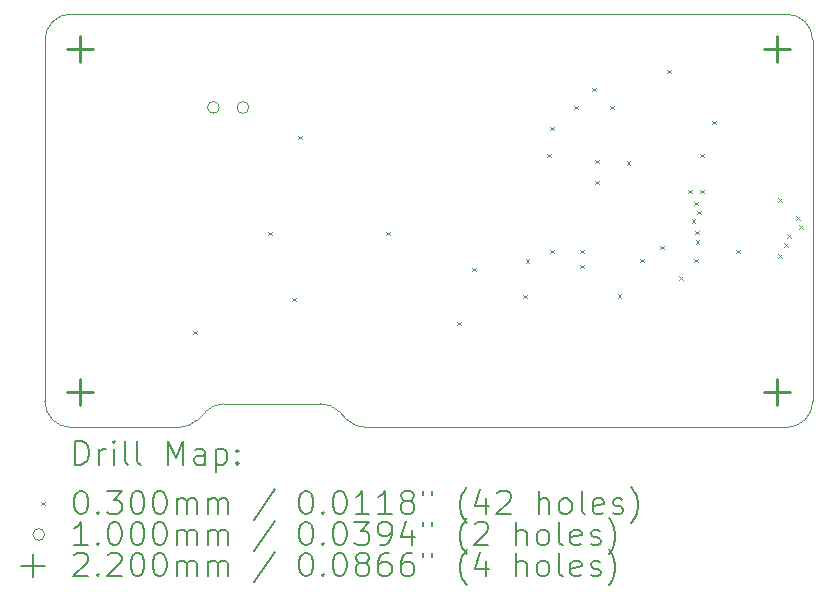
<source format=gbr>
%TF.GenerationSoftware,KiCad,Pcbnew,8.0.7*%
%TF.CreationDate,2025-01-13T19:39:46-06:00*%
%TF.ProjectId,love-letters,6c6f7665-2d6c-4657-9474-6572732e6b69,rev?*%
%TF.SameCoordinates,Original*%
%TF.FileFunction,Drillmap*%
%TF.FilePolarity,Positive*%
%FSLAX45Y45*%
G04 Gerber Fmt 4.5, Leading zero omitted, Abs format (unit mm)*
G04 Created by KiCad (PCBNEW 8.0.7) date 2025-01-13 19:39:46*
%MOMM*%
%LPD*%
G01*
G04 APERTURE LIST*
%ADD10C,0.050000*%
%ADD11C,0.200000*%
%ADD12C,0.100000*%
%ADD13C,0.220000*%
G04 APERTURE END LIST*
D10*
X7716127Y-8500000D02*
X11280000Y-8500000D01*
X5220000Y-8500000D02*
X6133873Y-8500000D01*
X11500000Y-5220000D02*
X11500000Y-8280000D01*
X7716127Y-8500000D02*
G75*
G02*
X7560565Y-8435562I3J220000D01*
G01*
X5000000Y-8280000D02*
X5000000Y-5220000D01*
X7333873Y-8300000D02*
G75*
G02*
X7489435Y-8364438I-3J-220000D01*
G01*
X5220000Y-5000000D02*
X11280000Y-5000000D01*
X5000000Y-5220000D02*
G75*
G02*
X5220000Y-5000000I220000J0D01*
G01*
X5220000Y-8500000D02*
G75*
G02*
X5000000Y-8280000I0J220000D01*
G01*
X6289436Y-8435564D02*
G75*
G02*
X6133873Y-8499998I-155557J155554D01*
G01*
X7489436Y-8364436D02*
X7560563Y-8435564D01*
X11280000Y-5000000D02*
G75*
G02*
X11500000Y-5220000I0J-220000D01*
G01*
X6289436Y-8435564D02*
X6360563Y-8364436D01*
X11500000Y-8280000D02*
G75*
G02*
X11280000Y-8500000I-220000J0D01*
G01*
X6516127Y-8300000D02*
X7333873Y-8300000D01*
X6360563Y-8364436D02*
G75*
G02*
X6516127Y-8300002I155557J-155554D01*
G01*
D11*
D12*
X6257132Y-7681300D02*
X6287132Y-7711300D01*
X6287132Y-7681300D02*
X6257132Y-7711300D01*
X6892132Y-6841151D02*
X6922132Y-6871151D01*
X6922132Y-6841151D02*
X6892132Y-6871151D01*
X7095332Y-7401900D02*
X7125332Y-7431900D01*
X7125332Y-7401900D02*
X7095332Y-7431900D01*
X7146132Y-6030300D02*
X7176132Y-6060300D01*
X7176132Y-6030300D02*
X7146132Y-6060300D01*
X7890692Y-6842059D02*
X7920692Y-6872059D01*
X7920692Y-6842059D02*
X7890692Y-6872059D01*
X8492332Y-7605100D02*
X8522332Y-7635100D01*
X8522332Y-7605100D02*
X8492332Y-7635100D01*
X8619332Y-7147900D02*
X8649332Y-7177900D01*
X8649332Y-7147900D02*
X8619332Y-7177900D01*
X9051132Y-7376500D02*
X9081132Y-7406500D01*
X9081132Y-7376500D02*
X9051132Y-7406500D01*
X9069632Y-7074727D02*
X9099632Y-7104727D01*
X9099632Y-7074727D02*
X9069632Y-7104727D01*
X9254332Y-6182700D02*
X9284332Y-6212700D01*
X9284332Y-6182700D02*
X9254332Y-6212700D01*
X9279732Y-5954100D02*
X9309732Y-5984100D01*
X9309732Y-5954100D02*
X9279732Y-5984100D01*
X9279732Y-6994400D02*
X9309732Y-7024400D01*
X9309732Y-6994400D02*
X9279732Y-7024400D01*
X9482932Y-5776300D02*
X9512932Y-5806300D01*
X9512932Y-5776300D02*
X9482932Y-5806300D01*
X9533732Y-6995500D02*
X9563732Y-7025500D01*
X9563732Y-6995500D02*
X9533732Y-7025500D01*
X9533732Y-7122500D02*
X9563732Y-7152500D01*
X9563732Y-7122500D02*
X9533732Y-7152500D01*
X9635332Y-5623900D02*
X9665332Y-5653900D01*
X9665332Y-5623900D02*
X9635332Y-5653900D01*
X9660732Y-6233500D02*
X9690732Y-6263500D01*
X9690732Y-6233500D02*
X9660732Y-6263500D01*
X9660732Y-6411300D02*
X9690732Y-6441300D01*
X9690732Y-6411300D02*
X9660732Y-6441300D01*
X9787732Y-5776300D02*
X9817732Y-5806300D01*
X9817732Y-5776300D02*
X9787732Y-5806300D01*
X9849232Y-7372200D02*
X9879232Y-7402200D01*
X9879232Y-7372200D02*
X9849232Y-7402200D01*
X9927399Y-6246232D02*
X9957399Y-6276232D01*
X9957399Y-6246232D02*
X9927399Y-6276232D01*
X10040856Y-7072576D02*
X10070856Y-7102576D01*
X10070856Y-7072576D02*
X10040856Y-7102576D01*
X10208557Y-6962287D02*
X10238557Y-6992287D01*
X10238557Y-6962287D02*
X10208557Y-6992287D01*
X10270332Y-5471500D02*
X10300332Y-5501500D01*
X10300332Y-5471500D02*
X10270332Y-5501500D01*
X10371932Y-7219300D02*
X10401932Y-7249300D01*
X10401932Y-7219300D02*
X10371932Y-7249300D01*
X10448132Y-6487500D02*
X10478132Y-6517500D01*
X10478132Y-6487500D02*
X10448132Y-6517500D01*
X10474821Y-6737422D02*
X10504821Y-6767422D01*
X10504821Y-6737422D02*
X10474821Y-6767422D01*
X10498932Y-6589100D02*
X10528932Y-6619100D01*
X10528932Y-6589100D02*
X10498932Y-6619100D01*
X10498932Y-7071700D02*
X10528932Y-7101700D01*
X10528932Y-7071700D02*
X10498932Y-7101700D01*
X10506794Y-6835238D02*
X10536794Y-6865238D01*
X10536794Y-6835238D02*
X10506794Y-6865238D01*
X10510508Y-6915152D02*
X10540508Y-6945152D01*
X10540508Y-6915152D02*
X10510508Y-6945152D01*
X10524332Y-6665300D02*
X10554332Y-6695300D01*
X10554332Y-6665300D02*
X10524332Y-6695300D01*
X10549732Y-6182700D02*
X10579732Y-6212700D01*
X10579732Y-6182700D02*
X10549732Y-6212700D01*
X10549732Y-6487500D02*
X10579732Y-6517500D01*
X10579732Y-6487500D02*
X10549732Y-6517500D01*
X10651332Y-5903300D02*
X10681332Y-5933300D01*
X10681332Y-5903300D02*
X10651332Y-5933300D01*
X10854532Y-6995500D02*
X10884532Y-7025500D01*
X10884532Y-6995500D02*
X10854532Y-7025500D01*
X11210000Y-7035000D02*
X11240000Y-7065000D01*
X11240000Y-7035000D02*
X11210000Y-7065000D01*
X11210132Y-6559900D02*
X11240132Y-6589900D01*
X11240132Y-6559900D02*
X11210132Y-6589900D01*
X11258297Y-6938390D02*
X11288297Y-6968390D01*
X11288297Y-6938390D02*
X11258297Y-6968390D01*
X11286430Y-6863500D02*
X11316430Y-6893500D01*
X11316430Y-6863500D02*
X11286430Y-6893500D01*
X11360000Y-6710000D02*
X11390000Y-6740000D01*
X11390000Y-6710000D02*
X11360000Y-6740000D01*
X11385298Y-6785895D02*
X11415298Y-6815895D01*
X11415298Y-6785895D02*
X11385298Y-6815895D01*
X6476532Y-5790550D02*
G75*
G02*
X6376532Y-5790550I-50000J0D01*
G01*
X6376532Y-5790550D02*
G75*
G02*
X6476532Y-5790550I50000J0D01*
G01*
X6726532Y-5790550D02*
G75*
G02*
X6626532Y-5790550I-50000J0D01*
G01*
X6626532Y-5790550D02*
G75*
G02*
X6726532Y-5790550I50000J0D01*
G01*
D13*
X5300000Y-5190000D02*
X5300000Y-5410000D01*
X5190000Y-5300000D02*
X5410000Y-5300000D01*
X5300000Y-8090000D02*
X5300000Y-8310000D01*
X5190000Y-8200000D02*
X5410000Y-8200000D01*
X11200000Y-5190000D02*
X11200000Y-5410000D01*
X11090000Y-5300000D02*
X11310000Y-5300000D01*
X11200000Y-8090000D02*
X11200000Y-8310000D01*
X11090000Y-8200000D02*
X11310000Y-8200000D01*
D11*
X5258277Y-8813984D02*
X5258277Y-8613984D01*
X5258277Y-8613984D02*
X5305896Y-8613984D01*
X5305896Y-8613984D02*
X5334467Y-8623508D01*
X5334467Y-8623508D02*
X5353515Y-8642555D01*
X5353515Y-8642555D02*
X5363039Y-8661603D01*
X5363039Y-8661603D02*
X5372563Y-8699698D01*
X5372563Y-8699698D02*
X5372563Y-8728270D01*
X5372563Y-8728270D02*
X5363039Y-8766365D01*
X5363039Y-8766365D02*
X5353515Y-8785412D01*
X5353515Y-8785412D02*
X5334467Y-8804460D01*
X5334467Y-8804460D02*
X5305896Y-8813984D01*
X5305896Y-8813984D02*
X5258277Y-8813984D01*
X5458277Y-8813984D02*
X5458277Y-8680650D01*
X5458277Y-8718746D02*
X5467801Y-8699698D01*
X5467801Y-8699698D02*
X5477324Y-8690174D01*
X5477324Y-8690174D02*
X5496372Y-8680650D01*
X5496372Y-8680650D02*
X5515420Y-8680650D01*
X5582086Y-8813984D02*
X5582086Y-8680650D01*
X5582086Y-8613984D02*
X5572563Y-8623508D01*
X5572563Y-8623508D02*
X5582086Y-8633031D01*
X5582086Y-8633031D02*
X5591610Y-8623508D01*
X5591610Y-8623508D02*
X5582086Y-8613984D01*
X5582086Y-8613984D02*
X5582086Y-8633031D01*
X5705896Y-8813984D02*
X5686848Y-8804460D01*
X5686848Y-8804460D02*
X5677324Y-8785412D01*
X5677324Y-8785412D02*
X5677324Y-8613984D01*
X5810658Y-8813984D02*
X5791610Y-8804460D01*
X5791610Y-8804460D02*
X5782086Y-8785412D01*
X5782086Y-8785412D02*
X5782086Y-8613984D01*
X6039229Y-8813984D02*
X6039229Y-8613984D01*
X6039229Y-8613984D02*
X6105896Y-8756841D01*
X6105896Y-8756841D02*
X6172562Y-8613984D01*
X6172562Y-8613984D02*
X6172562Y-8813984D01*
X6353515Y-8813984D02*
X6353515Y-8709222D01*
X6353515Y-8709222D02*
X6343991Y-8690174D01*
X6343991Y-8690174D02*
X6324943Y-8680650D01*
X6324943Y-8680650D02*
X6286848Y-8680650D01*
X6286848Y-8680650D02*
X6267801Y-8690174D01*
X6353515Y-8804460D02*
X6334467Y-8813984D01*
X6334467Y-8813984D02*
X6286848Y-8813984D01*
X6286848Y-8813984D02*
X6267801Y-8804460D01*
X6267801Y-8804460D02*
X6258277Y-8785412D01*
X6258277Y-8785412D02*
X6258277Y-8766365D01*
X6258277Y-8766365D02*
X6267801Y-8747317D01*
X6267801Y-8747317D02*
X6286848Y-8737793D01*
X6286848Y-8737793D02*
X6334467Y-8737793D01*
X6334467Y-8737793D02*
X6353515Y-8728270D01*
X6448753Y-8680650D02*
X6448753Y-8880650D01*
X6448753Y-8690174D02*
X6467801Y-8680650D01*
X6467801Y-8680650D02*
X6505896Y-8680650D01*
X6505896Y-8680650D02*
X6524943Y-8690174D01*
X6524943Y-8690174D02*
X6534467Y-8699698D01*
X6534467Y-8699698D02*
X6543991Y-8718746D01*
X6543991Y-8718746D02*
X6543991Y-8775889D01*
X6543991Y-8775889D02*
X6534467Y-8794936D01*
X6534467Y-8794936D02*
X6524943Y-8804460D01*
X6524943Y-8804460D02*
X6505896Y-8813984D01*
X6505896Y-8813984D02*
X6467801Y-8813984D01*
X6467801Y-8813984D02*
X6448753Y-8804460D01*
X6629705Y-8794936D02*
X6639229Y-8804460D01*
X6639229Y-8804460D02*
X6629705Y-8813984D01*
X6629705Y-8813984D02*
X6620182Y-8804460D01*
X6620182Y-8804460D02*
X6629705Y-8794936D01*
X6629705Y-8794936D02*
X6629705Y-8813984D01*
X6629705Y-8690174D02*
X6639229Y-8699698D01*
X6639229Y-8699698D02*
X6629705Y-8709222D01*
X6629705Y-8709222D02*
X6620182Y-8699698D01*
X6620182Y-8699698D02*
X6629705Y-8690174D01*
X6629705Y-8690174D02*
X6629705Y-8709222D01*
D12*
X4967500Y-9127500D02*
X4997500Y-9157500D01*
X4997500Y-9127500D02*
X4967500Y-9157500D01*
D11*
X5296372Y-9033984D02*
X5315420Y-9033984D01*
X5315420Y-9033984D02*
X5334467Y-9043508D01*
X5334467Y-9043508D02*
X5343991Y-9053031D01*
X5343991Y-9053031D02*
X5353515Y-9072079D01*
X5353515Y-9072079D02*
X5363039Y-9110174D01*
X5363039Y-9110174D02*
X5363039Y-9157793D01*
X5363039Y-9157793D02*
X5353515Y-9195889D01*
X5353515Y-9195889D02*
X5343991Y-9214936D01*
X5343991Y-9214936D02*
X5334467Y-9224460D01*
X5334467Y-9224460D02*
X5315420Y-9233984D01*
X5315420Y-9233984D02*
X5296372Y-9233984D01*
X5296372Y-9233984D02*
X5277324Y-9224460D01*
X5277324Y-9224460D02*
X5267801Y-9214936D01*
X5267801Y-9214936D02*
X5258277Y-9195889D01*
X5258277Y-9195889D02*
X5248753Y-9157793D01*
X5248753Y-9157793D02*
X5248753Y-9110174D01*
X5248753Y-9110174D02*
X5258277Y-9072079D01*
X5258277Y-9072079D02*
X5267801Y-9053031D01*
X5267801Y-9053031D02*
X5277324Y-9043508D01*
X5277324Y-9043508D02*
X5296372Y-9033984D01*
X5448753Y-9214936D02*
X5458277Y-9224460D01*
X5458277Y-9224460D02*
X5448753Y-9233984D01*
X5448753Y-9233984D02*
X5439229Y-9224460D01*
X5439229Y-9224460D02*
X5448753Y-9214936D01*
X5448753Y-9214936D02*
X5448753Y-9233984D01*
X5524944Y-9033984D02*
X5648753Y-9033984D01*
X5648753Y-9033984D02*
X5582086Y-9110174D01*
X5582086Y-9110174D02*
X5610658Y-9110174D01*
X5610658Y-9110174D02*
X5629705Y-9119698D01*
X5629705Y-9119698D02*
X5639229Y-9129222D01*
X5639229Y-9129222D02*
X5648753Y-9148270D01*
X5648753Y-9148270D02*
X5648753Y-9195889D01*
X5648753Y-9195889D02*
X5639229Y-9214936D01*
X5639229Y-9214936D02*
X5629705Y-9224460D01*
X5629705Y-9224460D02*
X5610658Y-9233984D01*
X5610658Y-9233984D02*
X5553515Y-9233984D01*
X5553515Y-9233984D02*
X5534467Y-9224460D01*
X5534467Y-9224460D02*
X5524944Y-9214936D01*
X5772562Y-9033984D02*
X5791610Y-9033984D01*
X5791610Y-9033984D02*
X5810658Y-9043508D01*
X5810658Y-9043508D02*
X5820182Y-9053031D01*
X5820182Y-9053031D02*
X5829705Y-9072079D01*
X5829705Y-9072079D02*
X5839229Y-9110174D01*
X5839229Y-9110174D02*
X5839229Y-9157793D01*
X5839229Y-9157793D02*
X5829705Y-9195889D01*
X5829705Y-9195889D02*
X5820182Y-9214936D01*
X5820182Y-9214936D02*
X5810658Y-9224460D01*
X5810658Y-9224460D02*
X5791610Y-9233984D01*
X5791610Y-9233984D02*
X5772562Y-9233984D01*
X5772562Y-9233984D02*
X5753515Y-9224460D01*
X5753515Y-9224460D02*
X5743991Y-9214936D01*
X5743991Y-9214936D02*
X5734467Y-9195889D01*
X5734467Y-9195889D02*
X5724943Y-9157793D01*
X5724943Y-9157793D02*
X5724943Y-9110174D01*
X5724943Y-9110174D02*
X5734467Y-9072079D01*
X5734467Y-9072079D02*
X5743991Y-9053031D01*
X5743991Y-9053031D02*
X5753515Y-9043508D01*
X5753515Y-9043508D02*
X5772562Y-9033984D01*
X5963039Y-9033984D02*
X5982086Y-9033984D01*
X5982086Y-9033984D02*
X6001134Y-9043508D01*
X6001134Y-9043508D02*
X6010658Y-9053031D01*
X6010658Y-9053031D02*
X6020182Y-9072079D01*
X6020182Y-9072079D02*
X6029705Y-9110174D01*
X6029705Y-9110174D02*
X6029705Y-9157793D01*
X6029705Y-9157793D02*
X6020182Y-9195889D01*
X6020182Y-9195889D02*
X6010658Y-9214936D01*
X6010658Y-9214936D02*
X6001134Y-9224460D01*
X6001134Y-9224460D02*
X5982086Y-9233984D01*
X5982086Y-9233984D02*
X5963039Y-9233984D01*
X5963039Y-9233984D02*
X5943991Y-9224460D01*
X5943991Y-9224460D02*
X5934467Y-9214936D01*
X5934467Y-9214936D02*
X5924943Y-9195889D01*
X5924943Y-9195889D02*
X5915420Y-9157793D01*
X5915420Y-9157793D02*
X5915420Y-9110174D01*
X5915420Y-9110174D02*
X5924943Y-9072079D01*
X5924943Y-9072079D02*
X5934467Y-9053031D01*
X5934467Y-9053031D02*
X5943991Y-9043508D01*
X5943991Y-9043508D02*
X5963039Y-9033984D01*
X6115420Y-9233984D02*
X6115420Y-9100650D01*
X6115420Y-9119698D02*
X6124943Y-9110174D01*
X6124943Y-9110174D02*
X6143991Y-9100650D01*
X6143991Y-9100650D02*
X6172563Y-9100650D01*
X6172563Y-9100650D02*
X6191610Y-9110174D01*
X6191610Y-9110174D02*
X6201134Y-9129222D01*
X6201134Y-9129222D02*
X6201134Y-9233984D01*
X6201134Y-9129222D02*
X6210658Y-9110174D01*
X6210658Y-9110174D02*
X6229705Y-9100650D01*
X6229705Y-9100650D02*
X6258277Y-9100650D01*
X6258277Y-9100650D02*
X6277324Y-9110174D01*
X6277324Y-9110174D02*
X6286848Y-9129222D01*
X6286848Y-9129222D02*
X6286848Y-9233984D01*
X6382086Y-9233984D02*
X6382086Y-9100650D01*
X6382086Y-9119698D02*
X6391610Y-9110174D01*
X6391610Y-9110174D02*
X6410658Y-9100650D01*
X6410658Y-9100650D02*
X6439229Y-9100650D01*
X6439229Y-9100650D02*
X6458277Y-9110174D01*
X6458277Y-9110174D02*
X6467801Y-9129222D01*
X6467801Y-9129222D02*
X6467801Y-9233984D01*
X6467801Y-9129222D02*
X6477324Y-9110174D01*
X6477324Y-9110174D02*
X6496372Y-9100650D01*
X6496372Y-9100650D02*
X6524943Y-9100650D01*
X6524943Y-9100650D02*
X6543991Y-9110174D01*
X6543991Y-9110174D02*
X6553515Y-9129222D01*
X6553515Y-9129222D02*
X6553515Y-9233984D01*
X6943991Y-9024460D02*
X6772563Y-9281603D01*
X7201134Y-9033984D02*
X7220182Y-9033984D01*
X7220182Y-9033984D02*
X7239229Y-9043508D01*
X7239229Y-9043508D02*
X7248753Y-9053031D01*
X7248753Y-9053031D02*
X7258277Y-9072079D01*
X7258277Y-9072079D02*
X7267801Y-9110174D01*
X7267801Y-9110174D02*
X7267801Y-9157793D01*
X7267801Y-9157793D02*
X7258277Y-9195889D01*
X7258277Y-9195889D02*
X7248753Y-9214936D01*
X7248753Y-9214936D02*
X7239229Y-9224460D01*
X7239229Y-9224460D02*
X7220182Y-9233984D01*
X7220182Y-9233984D02*
X7201134Y-9233984D01*
X7201134Y-9233984D02*
X7182086Y-9224460D01*
X7182086Y-9224460D02*
X7172563Y-9214936D01*
X7172563Y-9214936D02*
X7163039Y-9195889D01*
X7163039Y-9195889D02*
X7153515Y-9157793D01*
X7153515Y-9157793D02*
X7153515Y-9110174D01*
X7153515Y-9110174D02*
X7163039Y-9072079D01*
X7163039Y-9072079D02*
X7172563Y-9053031D01*
X7172563Y-9053031D02*
X7182086Y-9043508D01*
X7182086Y-9043508D02*
X7201134Y-9033984D01*
X7353515Y-9214936D02*
X7363039Y-9224460D01*
X7363039Y-9224460D02*
X7353515Y-9233984D01*
X7353515Y-9233984D02*
X7343991Y-9224460D01*
X7343991Y-9224460D02*
X7353515Y-9214936D01*
X7353515Y-9214936D02*
X7353515Y-9233984D01*
X7486848Y-9033984D02*
X7505896Y-9033984D01*
X7505896Y-9033984D02*
X7524944Y-9043508D01*
X7524944Y-9043508D02*
X7534467Y-9053031D01*
X7534467Y-9053031D02*
X7543991Y-9072079D01*
X7543991Y-9072079D02*
X7553515Y-9110174D01*
X7553515Y-9110174D02*
X7553515Y-9157793D01*
X7553515Y-9157793D02*
X7543991Y-9195889D01*
X7543991Y-9195889D02*
X7534467Y-9214936D01*
X7534467Y-9214936D02*
X7524944Y-9224460D01*
X7524944Y-9224460D02*
X7505896Y-9233984D01*
X7505896Y-9233984D02*
X7486848Y-9233984D01*
X7486848Y-9233984D02*
X7467801Y-9224460D01*
X7467801Y-9224460D02*
X7458277Y-9214936D01*
X7458277Y-9214936D02*
X7448753Y-9195889D01*
X7448753Y-9195889D02*
X7439229Y-9157793D01*
X7439229Y-9157793D02*
X7439229Y-9110174D01*
X7439229Y-9110174D02*
X7448753Y-9072079D01*
X7448753Y-9072079D02*
X7458277Y-9053031D01*
X7458277Y-9053031D02*
X7467801Y-9043508D01*
X7467801Y-9043508D02*
X7486848Y-9033984D01*
X7743991Y-9233984D02*
X7629706Y-9233984D01*
X7686848Y-9233984D02*
X7686848Y-9033984D01*
X7686848Y-9033984D02*
X7667801Y-9062555D01*
X7667801Y-9062555D02*
X7648753Y-9081603D01*
X7648753Y-9081603D02*
X7629706Y-9091127D01*
X7934467Y-9233984D02*
X7820182Y-9233984D01*
X7877325Y-9233984D02*
X7877325Y-9033984D01*
X7877325Y-9033984D02*
X7858277Y-9062555D01*
X7858277Y-9062555D02*
X7839229Y-9081603D01*
X7839229Y-9081603D02*
X7820182Y-9091127D01*
X8048753Y-9119698D02*
X8029706Y-9110174D01*
X8029706Y-9110174D02*
X8020182Y-9100650D01*
X8020182Y-9100650D02*
X8010658Y-9081603D01*
X8010658Y-9081603D02*
X8010658Y-9072079D01*
X8010658Y-9072079D02*
X8020182Y-9053031D01*
X8020182Y-9053031D02*
X8029706Y-9043508D01*
X8029706Y-9043508D02*
X8048753Y-9033984D01*
X8048753Y-9033984D02*
X8086848Y-9033984D01*
X8086848Y-9033984D02*
X8105896Y-9043508D01*
X8105896Y-9043508D02*
X8115420Y-9053031D01*
X8115420Y-9053031D02*
X8124944Y-9072079D01*
X8124944Y-9072079D02*
X8124944Y-9081603D01*
X8124944Y-9081603D02*
X8115420Y-9100650D01*
X8115420Y-9100650D02*
X8105896Y-9110174D01*
X8105896Y-9110174D02*
X8086848Y-9119698D01*
X8086848Y-9119698D02*
X8048753Y-9119698D01*
X8048753Y-9119698D02*
X8029706Y-9129222D01*
X8029706Y-9129222D02*
X8020182Y-9138746D01*
X8020182Y-9138746D02*
X8010658Y-9157793D01*
X8010658Y-9157793D02*
X8010658Y-9195889D01*
X8010658Y-9195889D02*
X8020182Y-9214936D01*
X8020182Y-9214936D02*
X8029706Y-9224460D01*
X8029706Y-9224460D02*
X8048753Y-9233984D01*
X8048753Y-9233984D02*
X8086848Y-9233984D01*
X8086848Y-9233984D02*
X8105896Y-9224460D01*
X8105896Y-9224460D02*
X8115420Y-9214936D01*
X8115420Y-9214936D02*
X8124944Y-9195889D01*
X8124944Y-9195889D02*
X8124944Y-9157793D01*
X8124944Y-9157793D02*
X8115420Y-9138746D01*
X8115420Y-9138746D02*
X8105896Y-9129222D01*
X8105896Y-9129222D02*
X8086848Y-9119698D01*
X8201134Y-9033984D02*
X8201134Y-9072079D01*
X8277325Y-9033984D02*
X8277325Y-9072079D01*
X8572563Y-9310174D02*
X8563039Y-9300650D01*
X8563039Y-9300650D02*
X8543991Y-9272079D01*
X8543991Y-9272079D02*
X8534468Y-9253031D01*
X8534468Y-9253031D02*
X8524944Y-9224460D01*
X8524944Y-9224460D02*
X8515420Y-9176841D01*
X8515420Y-9176841D02*
X8515420Y-9138746D01*
X8515420Y-9138746D02*
X8524944Y-9091127D01*
X8524944Y-9091127D02*
X8534468Y-9062555D01*
X8534468Y-9062555D02*
X8543991Y-9043508D01*
X8543991Y-9043508D02*
X8563039Y-9014936D01*
X8563039Y-9014936D02*
X8572563Y-9005412D01*
X8734468Y-9100650D02*
X8734468Y-9233984D01*
X8686849Y-9024460D02*
X8639230Y-9167317D01*
X8639230Y-9167317D02*
X8763039Y-9167317D01*
X8829706Y-9053031D02*
X8839230Y-9043508D01*
X8839230Y-9043508D02*
X8858277Y-9033984D01*
X8858277Y-9033984D02*
X8905896Y-9033984D01*
X8905896Y-9033984D02*
X8924944Y-9043508D01*
X8924944Y-9043508D02*
X8934468Y-9053031D01*
X8934468Y-9053031D02*
X8943991Y-9072079D01*
X8943991Y-9072079D02*
X8943991Y-9091127D01*
X8943991Y-9091127D02*
X8934468Y-9119698D01*
X8934468Y-9119698D02*
X8820182Y-9233984D01*
X8820182Y-9233984D02*
X8943991Y-9233984D01*
X9182087Y-9233984D02*
X9182087Y-9033984D01*
X9267801Y-9233984D02*
X9267801Y-9129222D01*
X9267801Y-9129222D02*
X9258277Y-9110174D01*
X9258277Y-9110174D02*
X9239230Y-9100650D01*
X9239230Y-9100650D02*
X9210658Y-9100650D01*
X9210658Y-9100650D02*
X9191611Y-9110174D01*
X9191611Y-9110174D02*
X9182087Y-9119698D01*
X9391611Y-9233984D02*
X9372563Y-9224460D01*
X9372563Y-9224460D02*
X9363039Y-9214936D01*
X9363039Y-9214936D02*
X9353515Y-9195889D01*
X9353515Y-9195889D02*
X9353515Y-9138746D01*
X9353515Y-9138746D02*
X9363039Y-9119698D01*
X9363039Y-9119698D02*
X9372563Y-9110174D01*
X9372563Y-9110174D02*
X9391611Y-9100650D01*
X9391611Y-9100650D02*
X9420182Y-9100650D01*
X9420182Y-9100650D02*
X9439230Y-9110174D01*
X9439230Y-9110174D02*
X9448753Y-9119698D01*
X9448753Y-9119698D02*
X9458277Y-9138746D01*
X9458277Y-9138746D02*
X9458277Y-9195889D01*
X9458277Y-9195889D02*
X9448753Y-9214936D01*
X9448753Y-9214936D02*
X9439230Y-9224460D01*
X9439230Y-9224460D02*
X9420182Y-9233984D01*
X9420182Y-9233984D02*
X9391611Y-9233984D01*
X9572563Y-9233984D02*
X9553515Y-9224460D01*
X9553515Y-9224460D02*
X9543992Y-9205412D01*
X9543992Y-9205412D02*
X9543992Y-9033984D01*
X9724944Y-9224460D02*
X9705896Y-9233984D01*
X9705896Y-9233984D02*
X9667801Y-9233984D01*
X9667801Y-9233984D02*
X9648753Y-9224460D01*
X9648753Y-9224460D02*
X9639230Y-9205412D01*
X9639230Y-9205412D02*
X9639230Y-9129222D01*
X9639230Y-9129222D02*
X9648753Y-9110174D01*
X9648753Y-9110174D02*
X9667801Y-9100650D01*
X9667801Y-9100650D02*
X9705896Y-9100650D01*
X9705896Y-9100650D02*
X9724944Y-9110174D01*
X9724944Y-9110174D02*
X9734468Y-9129222D01*
X9734468Y-9129222D02*
X9734468Y-9148270D01*
X9734468Y-9148270D02*
X9639230Y-9167317D01*
X9810658Y-9224460D02*
X9829706Y-9233984D01*
X9829706Y-9233984D02*
X9867801Y-9233984D01*
X9867801Y-9233984D02*
X9886849Y-9224460D01*
X9886849Y-9224460D02*
X9896373Y-9205412D01*
X9896373Y-9205412D02*
X9896373Y-9195889D01*
X9896373Y-9195889D02*
X9886849Y-9176841D01*
X9886849Y-9176841D02*
X9867801Y-9167317D01*
X9867801Y-9167317D02*
X9839230Y-9167317D01*
X9839230Y-9167317D02*
X9820182Y-9157793D01*
X9820182Y-9157793D02*
X9810658Y-9138746D01*
X9810658Y-9138746D02*
X9810658Y-9129222D01*
X9810658Y-9129222D02*
X9820182Y-9110174D01*
X9820182Y-9110174D02*
X9839230Y-9100650D01*
X9839230Y-9100650D02*
X9867801Y-9100650D01*
X9867801Y-9100650D02*
X9886849Y-9110174D01*
X9963039Y-9310174D02*
X9972563Y-9300650D01*
X9972563Y-9300650D02*
X9991611Y-9272079D01*
X9991611Y-9272079D02*
X10001134Y-9253031D01*
X10001134Y-9253031D02*
X10010658Y-9224460D01*
X10010658Y-9224460D02*
X10020182Y-9176841D01*
X10020182Y-9176841D02*
X10020182Y-9138746D01*
X10020182Y-9138746D02*
X10010658Y-9091127D01*
X10010658Y-9091127D02*
X10001134Y-9062555D01*
X10001134Y-9062555D02*
X9991611Y-9043508D01*
X9991611Y-9043508D02*
X9972563Y-9014936D01*
X9972563Y-9014936D02*
X9963039Y-9005412D01*
D12*
X4997500Y-9406500D02*
G75*
G02*
X4897500Y-9406500I-50000J0D01*
G01*
X4897500Y-9406500D02*
G75*
G02*
X4997500Y-9406500I50000J0D01*
G01*
D11*
X5363039Y-9497984D02*
X5248753Y-9497984D01*
X5305896Y-9497984D02*
X5305896Y-9297984D01*
X5305896Y-9297984D02*
X5286848Y-9326555D01*
X5286848Y-9326555D02*
X5267801Y-9345603D01*
X5267801Y-9345603D02*
X5248753Y-9355127D01*
X5448753Y-9478936D02*
X5458277Y-9488460D01*
X5458277Y-9488460D02*
X5448753Y-9497984D01*
X5448753Y-9497984D02*
X5439229Y-9488460D01*
X5439229Y-9488460D02*
X5448753Y-9478936D01*
X5448753Y-9478936D02*
X5448753Y-9497984D01*
X5582086Y-9297984D02*
X5601134Y-9297984D01*
X5601134Y-9297984D02*
X5620182Y-9307508D01*
X5620182Y-9307508D02*
X5629705Y-9317031D01*
X5629705Y-9317031D02*
X5639229Y-9336079D01*
X5639229Y-9336079D02*
X5648753Y-9374174D01*
X5648753Y-9374174D02*
X5648753Y-9421793D01*
X5648753Y-9421793D02*
X5639229Y-9459889D01*
X5639229Y-9459889D02*
X5629705Y-9478936D01*
X5629705Y-9478936D02*
X5620182Y-9488460D01*
X5620182Y-9488460D02*
X5601134Y-9497984D01*
X5601134Y-9497984D02*
X5582086Y-9497984D01*
X5582086Y-9497984D02*
X5563039Y-9488460D01*
X5563039Y-9488460D02*
X5553515Y-9478936D01*
X5553515Y-9478936D02*
X5543991Y-9459889D01*
X5543991Y-9459889D02*
X5534467Y-9421793D01*
X5534467Y-9421793D02*
X5534467Y-9374174D01*
X5534467Y-9374174D02*
X5543991Y-9336079D01*
X5543991Y-9336079D02*
X5553515Y-9317031D01*
X5553515Y-9317031D02*
X5563039Y-9307508D01*
X5563039Y-9307508D02*
X5582086Y-9297984D01*
X5772562Y-9297984D02*
X5791610Y-9297984D01*
X5791610Y-9297984D02*
X5810658Y-9307508D01*
X5810658Y-9307508D02*
X5820182Y-9317031D01*
X5820182Y-9317031D02*
X5829705Y-9336079D01*
X5829705Y-9336079D02*
X5839229Y-9374174D01*
X5839229Y-9374174D02*
X5839229Y-9421793D01*
X5839229Y-9421793D02*
X5829705Y-9459889D01*
X5829705Y-9459889D02*
X5820182Y-9478936D01*
X5820182Y-9478936D02*
X5810658Y-9488460D01*
X5810658Y-9488460D02*
X5791610Y-9497984D01*
X5791610Y-9497984D02*
X5772562Y-9497984D01*
X5772562Y-9497984D02*
X5753515Y-9488460D01*
X5753515Y-9488460D02*
X5743991Y-9478936D01*
X5743991Y-9478936D02*
X5734467Y-9459889D01*
X5734467Y-9459889D02*
X5724943Y-9421793D01*
X5724943Y-9421793D02*
X5724943Y-9374174D01*
X5724943Y-9374174D02*
X5734467Y-9336079D01*
X5734467Y-9336079D02*
X5743991Y-9317031D01*
X5743991Y-9317031D02*
X5753515Y-9307508D01*
X5753515Y-9307508D02*
X5772562Y-9297984D01*
X5963039Y-9297984D02*
X5982086Y-9297984D01*
X5982086Y-9297984D02*
X6001134Y-9307508D01*
X6001134Y-9307508D02*
X6010658Y-9317031D01*
X6010658Y-9317031D02*
X6020182Y-9336079D01*
X6020182Y-9336079D02*
X6029705Y-9374174D01*
X6029705Y-9374174D02*
X6029705Y-9421793D01*
X6029705Y-9421793D02*
X6020182Y-9459889D01*
X6020182Y-9459889D02*
X6010658Y-9478936D01*
X6010658Y-9478936D02*
X6001134Y-9488460D01*
X6001134Y-9488460D02*
X5982086Y-9497984D01*
X5982086Y-9497984D02*
X5963039Y-9497984D01*
X5963039Y-9497984D02*
X5943991Y-9488460D01*
X5943991Y-9488460D02*
X5934467Y-9478936D01*
X5934467Y-9478936D02*
X5924943Y-9459889D01*
X5924943Y-9459889D02*
X5915420Y-9421793D01*
X5915420Y-9421793D02*
X5915420Y-9374174D01*
X5915420Y-9374174D02*
X5924943Y-9336079D01*
X5924943Y-9336079D02*
X5934467Y-9317031D01*
X5934467Y-9317031D02*
X5943991Y-9307508D01*
X5943991Y-9307508D02*
X5963039Y-9297984D01*
X6115420Y-9497984D02*
X6115420Y-9364650D01*
X6115420Y-9383698D02*
X6124943Y-9374174D01*
X6124943Y-9374174D02*
X6143991Y-9364650D01*
X6143991Y-9364650D02*
X6172563Y-9364650D01*
X6172563Y-9364650D02*
X6191610Y-9374174D01*
X6191610Y-9374174D02*
X6201134Y-9393222D01*
X6201134Y-9393222D02*
X6201134Y-9497984D01*
X6201134Y-9393222D02*
X6210658Y-9374174D01*
X6210658Y-9374174D02*
X6229705Y-9364650D01*
X6229705Y-9364650D02*
X6258277Y-9364650D01*
X6258277Y-9364650D02*
X6277324Y-9374174D01*
X6277324Y-9374174D02*
X6286848Y-9393222D01*
X6286848Y-9393222D02*
X6286848Y-9497984D01*
X6382086Y-9497984D02*
X6382086Y-9364650D01*
X6382086Y-9383698D02*
X6391610Y-9374174D01*
X6391610Y-9374174D02*
X6410658Y-9364650D01*
X6410658Y-9364650D02*
X6439229Y-9364650D01*
X6439229Y-9364650D02*
X6458277Y-9374174D01*
X6458277Y-9374174D02*
X6467801Y-9393222D01*
X6467801Y-9393222D02*
X6467801Y-9497984D01*
X6467801Y-9393222D02*
X6477324Y-9374174D01*
X6477324Y-9374174D02*
X6496372Y-9364650D01*
X6496372Y-9364650D02*
X6524943Y-9364650D01*
X6524943Y-9364650D02*
X6543991Y-9374174D01*
X6543991Y-9374174D02*
X6553515Y-9393222D01*
X6553515Y-9393222D02*
X6553515Y-9497984D01*
X6943991Y-9288460D02*
X6772563Y-9545603D01*
X7201134Y-9297984D02*
X7220182Y-9297984D01*
X7220182Y-9297984D02*
X7239229Y-9307508D01*
X7239229Y-9307508D02*
X7248753Y-9317031D01*
X7248753Y-9317031D02*
X7258277Y-9336079D01*
X7258277Y-9336079D02*
X7267801Y-9374174D01*
X7267801Y-9374174D02*
X7267801Y-9421793D01*
X7267801Y-9421793D02*
X7258277Y-9459889D01*
X7258277Y-9459889D02*
X7248753Y-9478936D01*
X7248753Y-9478936D02*
X7239229Y-9488460D01*
X7239229Y-9488460D02*
X7220182Y-9497984D01*
X7220182Y-9497984D02*
X7201134Y-9497984D01*
X7201134Y-9497984D02*
X7182086Y-9488460D01*
X7182086Y-9488460D02*
X7172563Y-9478936D01*
X7172563Y-9478936D02*
X7163039Y-9459889D01*
X7163039Y-9459889D02*
X7153515Y-9421793D01*
X7153515Y-9421793D02*
X7153515Y-9374174D01*
X7153515Y-9374174D02*
X7163039Y-9336079D01*
X7163039Y-9336079D02*
X7172563Y-9317031D01*
X7172563Y-9317031D02*
X7182086Y-9307508D01*
X7182086Y-9307508D02*
X7201134Y-9297984D01*
X7353515Y-9478936D02*
X7363039Y-9488460D01*
X7363039Y-9488460D02*
X7353515Y-9497984D01*
X7353515Y-9497984D02*
X7343991Y-9488460D01*
X7343991Y-9488460D02*
X7353515Y-9478936D01*
X7353515Y-9478936D02*
X7353515Y-9497984D01*
X7486848Y-9297984D02*
X7505896Y-9297984D01*
X7505896Y-9297984D02*
X7524944Y-9307508D01*
X7524944Y-9307508D02*
X7534467Y-9317031D01*
X7534467Y-9317031D02*
X7543991Y-9336079D01*
X7543991Y-9336079D02*
X7553515Y-9374174D01*
X7553515Y-9374174D02*
X7553515Y-9421793D01*
X7553515Y-9421793D02*
X7543991Y-9459889D01*
X7543991Y-9459889D02*
X7534467Y-9478936D01*
X7534467Y-9478936D02*
X7524944Y-9488460D01*
X7524944Y-9488460D02*
X7505896Y-9497984D01*
X7505896Y-9497984D02*
X7486848Y-9497984D01*
X7486848Y-9497984D02*
X7467801Y-9488460D01*
X7467801Y-9488460D02*
X7458277Y-9478936D01*
X7458277Y-9478936D02*
X7448753Y-9459889D01*
X7448753Y-9459889D02*
X7439229Y-9421793D01*
X7439229Y-9421793D02*
X7439229Y-9374174D01*
X7439229Y-9374174D02*
X7448753Y-9336079D01*
X7448753Y-9336079D02*
X7458277Y-9317031D01*
X7458277Y-9317031D02*
X7467801Y-9307508D01*
X7467801Y-9307508D02*
X7486848Y-9297984D01*
X7620182Y-9297984D02*
X7743991Y-9297984D01*
X7743991Y-9297984D02*
X7677325Y-9374174D01*
X7677325Y-9374174D02*
X7705896Y-9374174D01*
X7705896Y-9374174D02*
X7724944Y-9383698D01*
X7724944Y-9383698D02*
X7734467Y-9393222D01*
X7734467Y-9393222D02*
X7743991Y-9412270D01*
X7743991Y-9412270D02*
X7743991Y-9459889D01*
X7743991Y-9459889D02*
X7734467Y-9478936D01*
X7734467Y-9478936D02*
X7724944Y-9488460D01*
X7724944Y-9488460D02*
X7705896Y-9497984D01*
X7705896Y-9497984D02*
X7648753Y-9497984D01*
X7648753Y-9497984D02*
X7629706Y-9488460D01*
X7629706Y-9488460D02*
X7620182Y-9478936D01*
X7839229Y-9497984D02*
X7877325Y-9497984D01*
X7877325Y-9497984D02*
X7896372Y-9488460D01*
X7896372Y-9488460D02*
X7905896Y-9478936D01*
X7905896Y-9478936D02*
X7924944Y-9450365D01*
X7924944Y-9450365D02*
X7934467Y-9412270D01*
X7934467Y-9412270D02*
X7934467Y-9336079D01*
X7934467Y-9336079D02*
X7924944Y-9317031D01*
X7924944Y-9317031D02*
X7915420Y-9307508D01*
X7915420Y-9307508D02*
X7896372Y-9297984D01*
X7896372Y-9297984D02*
X7858277Y-9297984D01*
X7858277Y-9297984D02*
X7839229Y-9307508D01*
X7839229Y-9307508D02*
X7829706Y-9317031D01*
X7829706Y-9317031D02*
X7820182Y-9336079D01*
X7820182Y-9336079D02*
X7820182Y-9383698D01*
X7820182Y-9383698D02*
X7829706Y-9402746D01*
X7829706Y-9402746D02*
X7839229Y-9412270D01*
X7839229Y-9412270D02*
X7858277Y-9421793D01*
X7858277Y-9421793D02*
X7896372Y-9421793D01*
X7896372Y-9421793D02*
X7915420Y-9412270D01*
X7915420Y-9412270D02*
X7924944Y-9402746D01*
X7924944Y-9402746D02*
X7934467Y-9383698D01*
X8105896Y-9364650D02*
X8105896Y-9497984D01*
X8058277Y-9288460D02*
X8010658Y-9431317D01*
X8010658Y-9431317D02*
X8134467Y-9431317D01*
X8201134Y-9297984D02*
X8201134Y-9336079D01*
X8277325Y-9297984D02*
X8277325Y-9336079D01*
X8572563Y-9574174D02*
X8563039Y-9564650D01*
X8563039Y-9564650D02*
X8543991Y-9536079D01*
X8543991Y-9536079D02*
X8534468Y-9517031D01*
X8534468Y-9517031D02*
X8524944Y-9488460D01*
X8524944Y-9488460D02*
X8515420Y-9440841D01*
X8515420Y-9440841D02*
X8515420Y-9402746D01*
X8515420Y-9402746D02*
X8524944Y-9355127D01*
X8524944Y-9355127D02*
X8534468Y-9326555D01*
X8534468Y-9326555D02*
X8543991Y-9307508D01*
X8543991Y-9307508D02*
X8563039Y-9278936D01*
X8563039Y-9278936D02*
X8572563Y-9269412D01*
X8639230Y-9317031D02*
X8648753Y-9307508D01*
X8648753Y-9307508D02*
X8667801Y-9297984D01*
X8667801Y-9297984D02*
X8715420Y-9297984D01*
X8715420Y-9297984D02*
X8734468Y-9307508D01*
X8734468Y-9307508D02*
X8743991Y-9317031D01*
X8743991Y-9317031D02*
X8753515Y-9336079D01*
X8753515Y-9336079D02*
X8753515Y-9355127D01*
X8753515Y-9355127D02*
X8743991Y-9383698D01*
X8743991Y-9383698D02*
X8629706Y-9497984D01*
X8629706Y-9497984D02*
X8753515Y-9497984D01*
X8991611Y-9497984D02*
X8991611Y-9297984D01*
X9077325Y-9497984D02*
X9077325Y-9393222D01*
X9077325Y-9393222D02*
X9067801Y-9374174D01*
X9067801Y-9374174D02*
X9048753Y-9364650D01*
X9048753Y-9364650D02*
X9020182Y-9364650D01*
X9020182Y-9364650D02*
X9001134Y-9374174D01*
X9001134Y-9374174D02*
X8991611Y-9383698D01*
X9201134Y-9497984D02*
X9182087Y-9488460D01*
X9182087Y-9488460D02*
X9172563Y-9478936D01*
X9172563Y-9478936D02*
X9163039Y-9459889D01*
X9163039Y-9459889D02*
X9163039Y-9402746D01*
X9163039Y-9402746D02*
X9172563Y-9383698D01*
X9172563Y-9383698D02*
X9182087Y-9374174D01*
X9182087Y-9374174D02*
X9201134Y-9364650D01*
X9201134Y-9364650D02*
X9229706Y-9364650D01*
X9229706Y-9364650D02*
X9248753Y-9374174D01*
X9248753Y-9374174D02*
X9258277Y-9383698D01*
X9258277Y-9383698D02*
X9267801Y-9402746D01*
X9267801Y-9402746D02*
X9267801Y-9459889D01*
X9267801Y-9459889D02*
X9258277Y-9478936D01*
X9258277Y-9478936D02*
X9248753Y-9488460D01*
X9248753Y-9488460D02*
X9229706Y-9497984D01*
X9229706Y-9497984D02*
X9201134Y-9497984D01*
X9382087Y-9497984D02*
X9363039Y-9488460D01*
X9363039Y-9488460D02*
X9353515Y-9469412D01*
X9353515Y-9469412D02*
X9353515Y-9297984D01*
X9534468Y-9488460D02*
X9515420Y-9497984D01*
X9515420Y-9497984D02*
X9477325Y-9497984D01*
X9477325Y-9497984D02*
X9458277Y-9488460D01*
X9458277Y-9488460D02*
X9448753Y-9469412D01*
X9448753Y-9469412D02*
X9448753Y-9393222D01*
X9448753Y-9393222D02*
X9458277Y-9374174D01*
X9458277Y-9374174D02*
X9477325Y-9364650D01*
X9477325Y-9364650D02*
X9515420Y-9364650D01*
X9515420Y-9364650D02*
X9534468Y-9374174D01*
X9534468Y-9374174D02*
X9543992Y-9393222D01*
X9543992Y-9393222D02*
X9543992Y-9412270D01*
X9543992Y-9412270D02*
X9448753Y-9431317D01*
X9620182Y-9488460D02*
X9639230Y-9497984D01*
X9639230Y-9497984D02*
X9677325Y-9497984D01*
X9677325Y-9497984D02*
X9696373Y-9488460D01*
X9696373Y-9488460D02*
X9705896Y-9469412D01*
X9705896Y-9469412D02*
X9705896Y-9459889D01*
X9705896Y-9459889D02*
X9696373Y-9440841D01*
X9696373Y-9440841D02*
X9677325Y-9431317D01*
X9677325Y-9431317D02*
X9648753Y-9431317D01*
X9648753Y-9431317D02*
X9629706Y-9421793D01*
X9629706Y-9421793D02*
X9620182Y-9402746D01*
X9620182Y-9402746D02*
X9620182Y-9393222D01*
X9620182Y-9393222D02*
X9629706Y-9374174D01*
X9629706Y-9374174D02*
X9648753Y-9364650D01*
X9648753Y-9364650D02*
X9677325Y-9364650D01*
X9677325Y-9364650D02*
X9696373Y-9374174D01*
X9772563Y-9574174D02*
X9782087Y-9564650D01*
X9782087Y-9564650D02*
X9801134Y-9536079D01*
X9801134Y-9536079D02*
X9810658Y-9517031D01*
X9810658Y-9517031D02*
X9820182Y-9488460D01*
X9820182Y-9488460D02*
X9829706Y-9440841D01*
X9829706Y-9440841D02*
X9829706Y-9402746D01*
X9829706Y-9402746D02*
X9820182Y-9355127D01*
X9820182Y-9355127D02*
X9810658Y-9326555D01*
X9810658Y-9326555D02*
X9801134Y-9307508D01*
X9801134Y-9307508D02*
X9782087Y-9278936D01*
X9782087Y-9278936D02*
X9772563Y-9269412D01*
X4897500Y-9570500D02*
X4897500Y-9770500D01*
X4797500Y-9670500D02*
X4997500Y-9670500D01*
X5248753Y-9581031D02*
X5258277Y-9571508D01*
X5258277Y-9571508D02*
X5277324Y-9561984D01*
X5277324Y-9561984D02*
X5324944Y-9561984D01*
X5324944Y-9561984D02*
X5343991Y-9571508D01*
X5343991Y-9571508D02*
X5353515Y-9581031D01*
X5353515Y-9581031D02*
X5363039Y-9600079D01*
X5363039Y-9600079D02*
X5363039Y-9619127D01*
X5363039Y-9619127D02*
X5353515Y-9647698D01*
X5353515Y-9647698D02*
X5239229Y-9761984D01*
X5239229Y-9761984D02*
X5363039Y-9761984D01*
X5448753Y-9742936D02*
X5458277Y-9752460D01*
X5458277Y-9752460D02*
X5448753Y-9761984D01*
X5448753Y-9761984D02*
X5439229Y-9752460D01*
X5439229Y-9752460D02*
X5448753Y-9742936D01*
X5448753Y-9742936D02*
X5448753Y-9761984D01*
X5534467Y-9581031D02*
X5543991Y-9571508D01*
X5543991Y-9571508D02*
X5563039Y-9561984D01*
X5563039Y-9561984D02*
X5610658Y-9561984D01*
X5610658Y-9561984D02*
X5629705Y-9571508D01*
X5629705Y-9571508D02*
X5639229Y-9581031D01*
X5639229Y-9581031D02*
X5648753Y-9600079D01*
X5648753Y-9600079D02*
X5648753Y-9619127D01*
X5648753Y-9619127D02*
X5639229Y-9647698D01*
X5639229Y-9647698D02*
X5524944Y-9761984D01*
X5524944Y-9761984D02*
X5648753Y-9761984D01*
X5772562Y-9561984D02*
X5791610Y-9561984D01*
X5791610Y-9561984D02*
X5810658Y-9571508D01*
X5810658Y-9571508D02*
X5820182Y-9581031D01*
X5820182Y-9581031D02*
X5829705Y-9600079D01*
X5829705Y-9600079D02*
X5839229Y-9638174D01*
X5839229Y-9638174D02*
X5839229Y-9685793D01*
X5839229Y-9685793D02*
X5829705Y-9723889D01*
X5829705Y-9723889D02*
X5820182Y-9742936D01*
X5820182Y-9742936D02*
X5810658Y-9752460D01*
X5810658Y-9752460D02*
X5791610Y-9761984D01*
X5791610Y-9761984D02*
X5772562Y-9761984D01*
X5772562Y-9761984D02*
X5753515Y-9752460D01*
X5753515Y-9752460D02*
X5743991Y-9742936D01*
X5743991Y-9742936D02*
X5734467Y-9723889D01*
X5734467Y-9723889D02*
X5724943Y-9685793D01*
X5724943Y-9685793D02*
X5724943Y-9638174D01*
X5724943Y-9638174D02*
X5734467Y-9600079D01*
X5734467Y-9600079D02*
X5743991Y-9581031D01*
X5743991Y-9581031D02*
X5753515Y-9571508D01*
X5753515Y-9571508D02*
X5772562Y-9561984D01*
X5963039Y-9561984D02*
X5982086Y-9561984D01*
X5982086Y-9561984D02*
X6001134Y-9571508D01*
X6001134Y-9571508D02*
X6010658Y-9581031D01*
X6010658Y-9581031D02*
X6020182Y-9600079D01*
X6020182Y-9600079D02*
X6029705Y-9638174D01*
X6029705Y-9638174D02*
X6029705Y-9685793D01*
X6029705Y-9685793D02*
X6020182Y-9723889D01*
X6020182Y-9723889D02*
X6010658Y-9742936D01*
X6010658Y-9742936D02*
X6001134Y-9752460D01*
X6001134Y-9752460D02*
X5982086Y-9761984D01*
X5982086Y-9761984D02*
X5963039Y-9761984D01*
X5963039Y-9761984D02*
X5943991Y-9752460D01*
X5943991Y-9752460D02*
X5934467Y-9742936D01*
X5934467Y-9742936D02*
X5924943Y-9723889D01*
X5924943Y-9723889D02*
X5915420Y-9685793D01*
X5915420Y-9685793D02*
X5915420Y-9638174D01*
X5915420Y-9638174D02*
X5924943Y-9600079D01*
X5924943Y-9600079D02*
X5934467Y-9581031D01*
X5934467Y-9581031D02*
X5943991Y-9571508D01*
X5943991Y-9571508D02*
X5963039Y-9561984D01*
X6115420Y-9761984D02*
X6115420Y-9628650D01*
X6115420Y-9647698D02*
X6124943Y-9638174D01*
X6124943Y-9638174D02*
X6143991Y-9628650D01*
X6143991Y-9628650D02*
X6172563Y-9628650D01*
X6172563Y-9628650D02*
X6191610Y-9638174D01*
X6191610Y-9638174D02*
X6201134Y-9657222D01*
X6201134Y-9657222D02*
X6201134Y-9761984D01*
X6201134Y-9657222D02*
X6210658Y-9638174D01*
X6210658Y-9638174D02*
X6229705Y-9628650D01*
X6229705Y-9628650D02*
X6258277Y-9628650D01*
X6258277Y-9628650D02*
X6277324Y-9638174D01*
X6277324Y-9638174D02*
X6286848Y-9657222D01*
X6286848Y-9657222D02*
X6286848Y-9761984D01*
X6382086Y-9761984D02*
X6382086Y-9628650D01*
X6382086Y-9647698D02*
X6391610Y-9638174D01*
X6391610Y-9638174D02*
X6410658Y-9628650D01*
X6410658Y-9628650D02*
X6439229Y-9628650D01*
X6439229Y-9628650D02*
X6458277Y-9638174D01*
X6458277Y-9638174D02*
X6467801Y-9657222D01*
X6467801Y-9657222D02*
X6467801Y-9761984D01*
X6467801Y-9657222D02*
X6477324Y-9638174D01*
X6477324Y-9638174D02*
X6496372Y-9628650D01*
X6496372Y-9628650D02*
X6524943Y-9628650D01*
X6524943Y-9628650D02*
X6543991Y-9638174D01*
X6543991Y-9638174D02*
X6553515Y-9657222D01*
X6553515Y-9657222D02*
X6553515Y-9761984D01*
X6943991Y-9552460D02*
X6772563Y-9809603D01*
X7201134Y-9561984D02*
X7220182Y-9561984D01*
X7220182Y-9561984D02*
X7239229Y-9571508D01*
X7239229Y-9571508D02*
X7248753Y-9581031D01*
X7248753Y-9581031D02*
X7258277Y-9600079D01*
X7258277Y-9600079D02*
X7267801Y-9638174D01*
X7267801Y-9638174D02*
X7267801Y-9685793D01*
X7267801Y-9685793D02*
X7258277Y-9723889D01*
X7258277Y-9723889D02*
X7248753Y-9742936D01*
X7248753Y-9742936D02*
X7239229Y-9752460D01*
X7239229Y-9752460D02*
X7220182Y-9761984D01*
X7220182Y-9761984D02*
X7201134Y-9761984D01*
X7201134Y-9761984D02*
X7182086Y-9752460D01*
X7182086Y-9752460D02*
X7172563Y-9742936D01*
X7172563Y-9742936D02*
X7163039Y-9723889D01*
X7163039Y-9723889D02*
X7153515Y-9685793D01*
X7153515Y-9685793D02*
X7153515Y-9638174D01*
X7153515Y-9638174D02*
X7163039Y-9600079D01*
X7163039Y-9600079D02*
X7172563Y-9581031D01*
X7172563Y-9581031D02*
X7182086Y-9571508D01*
X7182086Y-9571508D02*
X7201134Y-9561984D01*
X7353515Y-9742936D02*
X7363039Y-9752460D01*
X7363039Y-9752460D02*
X7353515Y-9761984D01*
X7353515Y-9761984D02*
X7343991Y-9752460D01*
X7343991Y-9752460D02*
X7353515Y-9742936D01*
X7353515Y-9742936D02*
X7353515Y-9761984D01*
X7486848Y-9561984D02*
X7505896Y-9561984D01*
X7505896Y-9561984D02*
X7524944Y-9571508D01*
X7524944Y-9571508D02*
X7534467Y-9581031D01*
X7534467Y-9581031D02*
X7543991Y-9600079D01*
X7543991Y-9600079D02*
X7553515Y-9638174D01*
X7553515Y-9638174D02*
X7553515Y-9685793D01*
X7553515Y-9685793D02*
X7543991Y-9723889D01*
X7543991Y-9723889D02*
X7534467Y-9742936D01*
X7534467Y-9742936D02*
X7524944Y-9752460D01*
X7524944Y-9752460D02*
X7505896Y-9761984D01*
X7505896Y-9761984D02*
X7486848Y-9761984D01*
X7486848Y-9761984D02*
X7467801Y-9752460D01*
X7467801Y-9752460D02*
X7458277Y-9742936D01*
X7458277Y-9742936D02*
X7448753Y-9723889D01*
X7448753Y-9723889D02*
X7439229Y-9685793D01*
X7439229Y-9685793D02*
X7439229Y-9638174D01*
X7439229Y-9638174D02*
X7448753Y-9600079D01*
X7448753Y-9600079D02*
X7458277Y-9581031D01*
X7458277Y-9581031D02*
X7467801Y-9571508D01*
X7467801Y-9571508D02*
X7486848Y-9561984D01*
X7667801Y-9647698D02*
X7648753Y-9638174D01*
X7648753Y-9638174D02*
X7639229Y-9628650D01*
X7639229Y-9628650D02*
X7629706Y-9609603D01*
X7629706Y-9609603D02*
X7629706Y-9600079D01*
X7629706Y-9600079D02*
X7639229Y-9581031D01*
X7639229Y-9581031D02*
X7648753Y-9571508D01*
X7648753Y-9571508D02*
X7667801Y-9561984D01*
X7667801Y-9561984D02*
X7705896Y-9561984D01*
X7705896Y-9561984D02*
X7724944Y-9571508D01*
X7724944Y-9571508D02*
X7734467Y-9581031D01*
X7734467Y-9581031D02*
X7743991Y-9600079D01*
X7743991Y-9600079D02*
X7743991Y-9609603D01*
X7743991Y-9609603D02*
X7734467Y-9628650D01*
X7734467Y-9628650D02*
X7724944Y-9638174D01*
X7724944Y-9638174D02*
X7705896Y-9647698D01*
X7705896Y-9647698D02*
X7667801Y-9647698D01*
X7667801Y-9647698D02*
X7648753Y-9657222D01*
X7648753Y-9657222D02*
X7639229Y-9666746D01*
X7639229Y-9666746D02*
X7629706Y-9685793D01*
X7629706Y-9685793D02*
X7629706Y-9723889D01*
X7629706Y-9723889D02*
X7639229Y-9742936D01*
X7639229Y-9742936D02*
X7648753Y-9752460D01*
X7648753Y-9752460D02*
X7667801Y-9761984D01*
X7667801Y-9761984D02*
X7705896Y-9761984D01*
X7705896Y-9761984D02*
X7724944Y-9752460D01*
X7724944Y-9752460D02*
X7734467Y-9742936D01*
X7734467Y-9742936D02*
X7743991Y-9723889D01*
X7743991Y-9723889D02*
X7743991Y-9685793D01*
X7743991Y-9685793D02*
X7734467Y-9666746D01*
X7734467Y-9666746D02*
X7724944Y-9657222D01*
X7724944Y-9657222D02*
X7705896Y-9647698D01*
X7915420Y-9561984D02*
X7877325Y-9561984D01*
X7877325Y-9561984D02*
X7858277Y-9571508D01*
X7858277Y-9571508D02*
X7848753Y-9581031D01*
X7848753Y-9581031D02*
X7829706Y-9609603D01*
X7829706Y-9609603D02*
X7820182Y-9647698D01*
X7820182Y-9647698D02*
X7820182Y-9723889D01*
X7820182Y-9723889D02*
X7829706Y-9742936D01*
X7829706Y-9742936D02*
X7839229Y-9752460D01*
X7839229Y-9752460D02*
X7858277Y-9761984D01*
X7858277Y-9761984D02*
X7896372Y-9761984D01*
X7896372Y-9761984D02*
X7915420Y-9752460D01*
X7915420Y-9752460D02*
X7924944Y-9742936D01*
X7924944Y-9742936D02*
X7934467Y-9723889D01*
X7934467Y-9723889D02*
X7934467Y-9676270D01*
X7934467Y-9676270D02*
X7924944Y-9657222D01*
X7924944Y-9657222D02*
X7915420Y-9647698D01*
X7915420Y-9647698D02*
X7896372Y-9638174D01*
X7896372Y-9638174D02*
X7858277Y-9638174D01*
X7858277Y-9638174D02*
X7839229Y-9647698D01*
X7839229Y-9647698D02*
X7829706Y-9657222D01*
X7829706Y-9657222D02*
X7820182Y-9676270D01*
X8105896Y-9561984D02*
X8067801Y-9561984D01*
X8067801Y-9561984D02*
X8048753Y-9571508D01*
X8048753Y-9571508D02*
X8039229Y-9581031D01*
X8039229Y-9581031D02*
X8020182Y-9609603D01*
X8020182Y-9609603D02*
X8010658Y-9647698D01*
X8010658Y-9647698D02*
X8010658Y-9723889D01*
X8010658Y-9723889D02*
X8020182Y-9742936D01*
X8020182Y-9742936D02*
X8029706Y-9752460D01*
X8029706Y-9752460D02*
X8048753Y-9761984D01*
X8048753Y-9761984D02*
X8086848Y-9761984D01*
X8086848Y-9761984D02*
X8105896Y-9752460D01*
X8105896Y-9752460D02*
X8115420Y-9742936D01*
X8115420Y-9742936D02*
X8124944Y-9723889D01*
X8124944Y-9723889D02*
X8124944Y-9676270D01*
X8124944Y-9676270D02*
X8115420Y-9657222D01*
X8115420Y-9657222D02*
X8105896Y-9647698D01*
X8105896Y-9647698D02*
X8086848Y-9638174D01*
X8086848Y-9638174D02*
X8048753Y-9638174D01*
X8048753Y-9638174D02*
X8029706Y-9647698D01*
X8029706Y-9647698D02*
X8020182Y-9657222D01*
X8020182Y-9657222D02*
X8010658Y-9676270D01*
X8201134Y-9561984D02*
X8201134Y-9600079D01*
X8277325Y-9561984D02*
X8277325Y-9600079D01*
X8572563Y-9838174D02*
X8563039Y-9828650D01*
X8563039Y-9828650D02*
X8543991Y-9800079D01*
X8543991Y-9800079D02*
X8534468Y-9781031D01*
X8534468Y-9781031D02*
X8524944Y-9752460D01*
X8524944Y-9752460D02*
X8515420Y-9704841D01*
X8515420Y-9704841D02*
X8515420Y-9666746D01*
X8515420Y-9666746D02*
X8524944Y-9619127D01*
X8524944Y-9619127D02*
X8534468Y-9590555D01*
X8534468Y-9590555D02*
X8543991Y-9571508D01*
X8543991Y-9571508D02*
X8563039Y-9542936D01*
X8563039Y-9542936D02*
X8572563Y-9533412D01*
X8734468Y-9628650D02*
X8734468Y-9761984D01*
X8686849Y-9552460D02*
X8639230Y-9695317D01*
X8639230Y-9695317D02*
X8763039Y-9695317D01*
X8991611Y-9761984D02*
X8991611Y-9561984D01*
X9077325Y-9761984D02*
X9077325Y-9657222D01*
X9077325Y-9657222D02*
X9067801Y-9638174D01*
X9067801Y-9638174D02*
X9048753Y-9628650D01*
X9048753Y-9628650D02*
X9020182Y-9628650D01*
X9020182Y-9628650D02*
X9001134Y-9638174D01*
X9001134Y-9638174D02*
X8991611Y-9647698D01*
X9201134Y-9761984D02*
X9182087Y-9752460D01*
X9182087Y-9752460D02*
X9172563Y-9742936D01*
X9172563Y-9742936D02*
X9163039Y-9723889D01*
X9163039Y-9723889D02*
X9163039Y-9666746D01*
X9163039Y-9666746D02*
X9172563Y-9647698D01*
X9172563Y-9647698D02*
X9182087Y-9638174D01*
X9182087Y-9638174D02*
X9201134Y-9628650D01*
X9201134Y-9628650D02*
X9229706Y-9628650D01*
X9229706Y-9628650D02*
X9248753Y-9638174D01*
X9248753Y-9638174D02*
X9258277Y-9647698D01*
X9258277Y-9647698D02*
X9267801Y-9666746D01*
X9267801Y-9666746D02*
X9267801Y-9723889D01*
X9267801Y-9723889D02*
X9258277Y-9742936D01*
X9258277Y-9742936D02*
X9248753Y-9752460D01*
X9248753Y-9752460D02*
X9229706Y-9761984D01*
X9229706Y-9761984D02*
X9201134Y-9761984D01*
X9382087Y-9761984D02*
X9363039Y-9752460D01*
X9363039Y-9752460D02*
X9353515Y-9733412D01*
X9353515Y-9733412D02*
X9353515Y-9561984D01*
X9534468Y-9752460D02*
X9515420Y-9761984D01*
X9515420Y-9761984D02*
X9477325Y-9761984D01*
X9477325Y-9761984D02*
X9458277Y-9752460D01*
X9458277Y-9752460D02*
X9448753Y-9733412D01*
X9448753Y-9733412D02*
X9448753Y-9657222D01*
X9448753Y-9657222D02*
X9458277Y-9638174D01*
X9458277Y-9638174D02*
X9477325Y-9628650D01*
X9477325Y-9628650D02*
X9515420Y-9628650D01*
X9515420Y-9628650D02*
X9534468Y-9638174D01*
X9534468Y-9638174D02*
X9543992Y-9657222D01*
X9543992Y-9657222D02*
X9543992Y-9676270D01*
X9543992Y-9676270D02*
X9448753Y-9695317D01*
X9620182Y-9752460D02*
X9639230Y-9761984D01*
X9639230Y-9761984D02*
X9677325Y-9761984D01*
X9677325Y-9761984D02*
X9696373Y-9752460D01*
X9696373Y-9752460D02*
X9705896Y-9733412D01*
X9705896Y-9733412D02*
X9705896Y-9723889D01*
X9705896Y-9723889D02*
X9696373Y-9704841D01*
X9696373Y-9704841D02*
X9677325Y-9695317D01*
X9677325Y-9695317D02*
X9648753Y-9695317D01*
X9648753Y-9695317D02*
X9629706Y-9685793D01*
X9629706Y-9685793D02*
X9620182Y-9666746D01*
X9620182Y-9666746D02*
X9620182Y-9657222D01*
X9620182Y-9657222D02*
X9629706Y-9638174D01*
X9629706Y-9638174D02*
X9648753Y-9628650D01*
X9648753Y-9628650D02*
X9677325Y-9628650D01*
X9677325Y-9628650D02*
X9696373Y-9638174D01*
X9772563Y-9838174D02*
X9782087Y-9828650D01*
X9782087Y-9828650D02*
X9801134Y-9800079D01*
X9801134Y-9800079D02*
X9810658Y-9781031D01*
X9810658Y-9781031D02*
X9820182Y-9752460D01*
X9820182Y-9752460D02*
X9829706Y-9704841D01*
X9829706Y-9704841D02*
X9829706Y-9666746D01*
X9829706Y-9666746D02*
X9820182Y-9619127D01*
X9820182Y-9619127D02*
X9810658Y-9590555D01*
X9810658Y-9590555D02*
X9801134Y-9571508D01*
X9801134Y-9571508D02*
X9782087Y-9542936D01*
X9782087Y-9542936D02*
X9772563Y-9533412D01*
M02*

</source>
